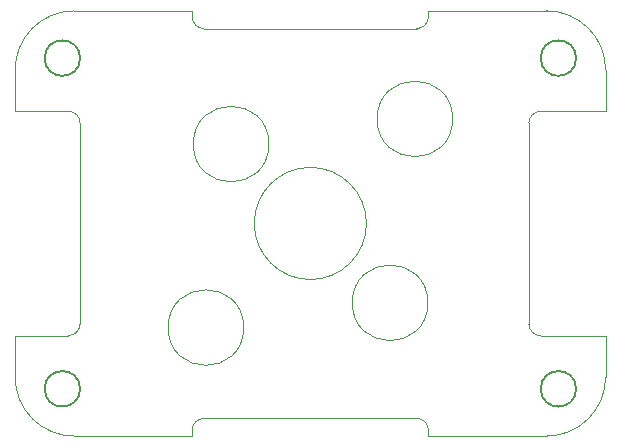
<source format=gm1>
G04 #@! TF.GenerationSoftware,KiCad,Pcbnew,(5.1.9)-1*
G04 #@! TF.CreationDate,2021-08-06T09:53:28+02:00*
G04 #@! TF.ProjectId,Driver,44726976-6572-42e6-9b69-6361645f7063,rev?*
G04 #@! TF.SameCoordinates,Original*
G04 #@! TF.FileFunction,Profile,NP*
%FSLAX46Y46*%
G04 Gerber Fmt 4.6, Leading zero omitted, Abs format (unit mm)*
G04 Created by KiCad (PCBNEW (5.1.9)-1) date 2021-08-06 09:53:28*
%MOMM*%
%LPD*%
G01*
G04 APERTURE LIST*
G04 #@! TA.AperFunction,Profile*
%ADD10C,0.050000*%
G04 #@! TD*
G04 #@! TA.AperFunction,Profile*
%ADD11C,0.120000*%
G04 #@! TD*
G04 #@! TA.AperFunction,Profile*
%ADD12C,0.150000*%
G04 #@! TD*
G04 APERTURE END LIST*
D10*
X150617904Y-110013591D02*
G75*
G02*
X151617904Y-111013591I0J-1000000D01*
G01*
X161617904Y-111513591D02*
X151617904Y-111513591D01*
X131617904Y-111013591D02*
G75*
G02*
X132617904Y-110013591I1000000J0D01*
G01*
X131617904Y-111513591D02*
X121617904Y-111513591D01*
X151617904Y-111513591D02*
X151617904Y-111013591D01*
X150617904Y-110013591D02*
X132617904Y-110013591D01*
X131617904Y-111013591D02*
X131617904Y-111513591D01*
X132617904Y-77013591D02*
G75*
G02*
X131617904Y-76013591I0J1000000D01*
G01*
X121617904Y-75513591D02*
X131617904Y-75513591D01*
X151617904Y-76013591D02*
G75*
G02*
X150617904Y-77013591I-1000000J0D01*
G01*
X151617904Y-75513591D02*
X161617904Y-75513591D01*
X131617904Y-75513591D02*
X131617904Y-76013591D01*
X132617904Y-77013591D02*
X150617904Y-77013591D01*
X151617904Y-76013591D02*
X151617904Y-75513591D01*
X161117904Y-103013591D02*
G75*
G02*
X160117904Y-102013591I0J1000000D01*
G01*
X160117904Y-85013591D02*
G75*
G02*
X161117904Y-84013591I1000000J0D01*
G01*
X122117904Y-102013591D02*
G75*
G02*
X121117904Y-103013591I-1000000J0D01*
G01*
X121117904Y-84013591D02*
G75*
G02*
X122117904Y-85013591I0J-1000000D01*
G01*
X146367904Y-93513591D02*
G75*
G03*
X146367904Y-93513591I-4750000J0D01*
G01*
X116617904Y-103013591D02*
X116617904Y-106513591D01*
X116617904Y-80513591D02*
X116617904Y-84013591D01*
X166617904Y-84013591D02*
X166617904Y-80513591D01*
X166617904Y-106513591D02*
X166617904Y-103013591D01*
X161117904Y-103013591D02*
X166617904Y-103013591D01*
X160117904Y-85013591D02*
X160117904Y-102013591D01*
X166617904Y-84013591D02*
X161117904Y-84013591D01*
X121117904Y-84013591D02*
X116617904Y-84013591D01*
X122117904Y-102013591D02*
X122117904Y-85013591D01*
X116617904Y-103013591D02*
X121117904Y-103013591D01*
D11*
X138107904Y-86793591D02*
G75*
G03*
X138107904Y-86793591I-3200000J0D01*
G01*
X135977904Y-102328591D02*
G75*
G03*
X135977904Y-102328591I-3200000J0D01*
G01*
X151567243Y-100232930D02*
G75*
G03*
X151567243Y-100232930I-3200000J0D01*
G01*
X153667904Y-84663591D02*
G75*
G03*
X153667904Y-84663591I-3200000J0D01*
G01*
D12*
X122117904Y-79513591D02*
G75*
G03*
X122117904Y-79513591I-1500000J0D01*
G01*
X164117904Y-79513591D02*
G75*
G03*
X164117904Y-79513591I-1500000J0D01*
G01*
D10*
X116617904Y-80513591D02*
G75*
G02*
X121617904Y-75513591I5000000J0D01*
G01*
X121617904Y-111513591D02*
G75*
G02*
X116617904Y-106513591I0J5000000D01*
G01*
D12*
X122117904Y-107513591D02*
G75*
G03*
X122117904Y-107513591I-1500000J0D01*
G01*
D10*
X166617904Y-106513591D02*
G75*
G02*
X161617904Y-111513591I-5000000J0D01*
G01*
X161617904Y-75513591D02*
G75*
G02*
X166617904Y-80513591I0J-5000000D01*
G01*
D12*
X164117904Y-107513591D02*
G75*
G03*
X164117904Y-107513591I-1500000J0D01*
G01*
M02*

</source>
